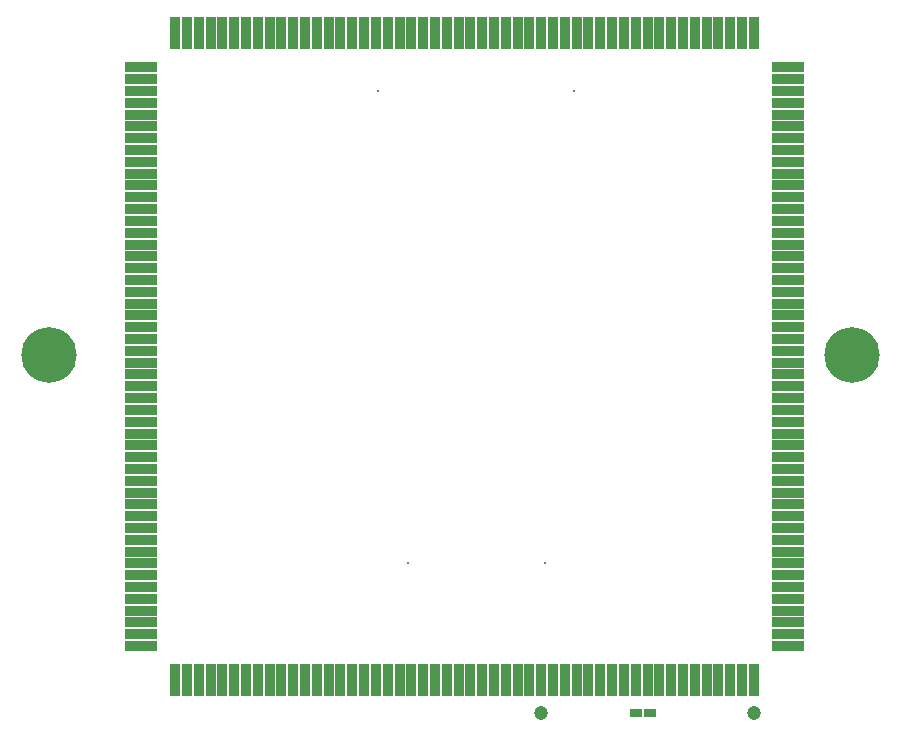
<source format=gbr>
G04 Layer_Color=8388736*
%FSLAX45Y45*%
%MOMM*%
%TF.FileFunction,Soldermask,Top*%
%TF.Part,Single*%
G01*
G75*
%TA.AperFunction,SMDPad,CuDef*%
%ADD40R,2.70320X0.90320*%
%ADD41R,0.90320X2.70320*%
%ADD42R,1.00320X0.80320*%
%ADD43C,1.20320*%
%TA.AperFunction,ComponentPad*%
%ADD44C,0.20320*%
%TA.AperFunction,ViaPad*%
%ADD45C,4.70320*%
D40*
X-2259300Y-700100D02*
D03*
Y-600100D02*
D03*
Y-500100D02*
D03*
X-2259300Y-400100D02*
D03*
Y-300100D02*
D03*
X-2259300Y-200100D02*
D03*
Y-100100D02*
D03*
Y-100D02*
D03*
Y99900D02*
D03*
Y199900D02*
D03*
X-2259300Y299900D02*
D03*
X-2259300Y399900D02*
D03*
Y499900D02*
D03*
X-2259300Y599900D02*
D03*
Y699900D02*
D03*
X-2259300Y799900D02*
D03*
Y899900D02*
D03*
X-2259300Y999900D02*
D03*
X-2259300Y1099900D02*
D03*
Y1199900D02*
D03*
Y1299900D02*
D03*
Y1399900D02*
D03*
Y1499900D02*
D03*
X-2259300Y1599900D02*
D03*
Y1699900D02*
D03*
X-2259300Y1799900D02*
D03*
Y1899900D02*
D03*
X-2259300Y1999900D02*
D03*
X-2259300Y2099900D02*
D03*
Y2199900D02*
D03*
Y2299900D02*
D03*
Y2399900D02*
D03*
Y2499900D02*
D03*
Y2599901D02*
D03*
X-2259300Y2699900D02*
D03*
X-2259300Y2799900D02*
D03*
Y2899900D02*
D03*
Y2999900D02*
D03*
Y3099900D02*
D03*
Y3199900D02*
D03*
Y3299900D02*
D03*
X-2259300Y3399900D02*
D03*
X-2259300Y3499900D02*
D03*
Y3599900D02*
D03*
Y3699900D02*
D03*
Y3799900D02*
D03*
Y3899900D02*
D03*
Y3999900D02*
D03*
X-2259300Y4099900D02*
D03*
X3220700Y4199900D02*
D03*
Y4099900D02*
D03*
Y3999900D02*
D03*
Y3899900D02*
D03*
Y3799900D02*
D03*
X3220700Y3699900D02*
D03*
Y3599900D02*
D03*
X3220700Y3499900D02*
D03*
Y3399900D02*
D03*
X3220700Y3299900D02*
D03*
X3220700Y3199900D02*
D03*
Y3099900D02*
D03*
Y2999900D02*
D03*
Y2899900D02*
D03*
Y2799900D02*
D03*
Y2699900D02*
D03*
X3220700Y2599900D02*
D03*
X3220700Y2499900D02*
D03*
Y2399900D02*
D03*
Y2299900D02*
D03*
X3220700Y2199900D02*
D03*
X3220700Y2099900D02*
D03*
Y1999900D02*
D03*
Y1899900D02*
D03*
Y1799900D02*
D03*
Y1699900D02*
D03*
Y1599900D02*
D03*
Y1499900D02*
D03*
Y1399900D02*
D03*
Y1299900D02*
D03*
X3220700Y1199900D02*
D03*
X3220700Y1099900D02*
D03*
Y999900D02*
D03*
X3220700Y899900D02*
D03*
X3220700Y799900D02*
D03*
Y699900D02*
D03*
Y599900D02*
D03*
Y499900D02*
D03*
Y399900D02*
D03*
Y299900D02*
D03*
X3220700Y199900D02*
D03*
X3220700Y99900D02*
D03*
Y-100D02*
D03*
Y-100100D02*
D03*
X3220700Y-200100D02*
D03*
X3220700Y-300100D02*
D03*
Y-400100D02*
D03*
Y-500100D02*
D03*
Y-600100D02*
D03*
Y-700100D02*
D03*
X-2259300Y4199900D02*
D03*
D41*
X2930700Y4489900D02*
D03*
X-1969300Y-990100D02*
D03*
X-1869300Y-990100D02*
D03*
X-1769300D02*
D03*
X-1669300D02*
D03*
X-1569300Y-990100D02*
D03*
X-1469300Y-990100D02*
D03*
X-1369300D02*
D03*
X-1269300D02*
D03*
X-1169300D02*
D03*
X-1069300D02*
D03*
X-969300Y-990100D02*
D03*
X-869300D02*
D03*
X-769300Y-990100D02*
D03*
X-669300D02*
D03*
X-569300Y-990100D02*
D03*
X-469300Y-990100D02*
D03*
X-369300D02*
D03*
X-269300Y-990100D02*
D03*
X-169300Y-990100D02*
D03*
X-69300D02*
D03*
X30700D02*
D03*
X130700Y-990100D02*
D03*
X230700Y-990100D02*
D03*
X330700D02*
D03*
X430700Y-990100D02*
D03*
X530700Y-990100D02*
D03*
X630700D02*
D03*
X730700D02*
D03*
X830700Y-990100D02*
D03*
X930700Y-990100D02*
D03*
X1030700D02*
D03*
X1130700D02*
D03*
X1230700D02*
D03*
X1330700D02*
D03*
X1430700Y-990100D02*
D03*
X1530700Y-990100D02*
D03*
X1630700D02*
D03*
X1730700D02*
D03*
X1830700Y-990100D02*
D03*
X1930700Y-990100D02*
D03*
X2030700D02*
D03*
X2130700D02*
D03*
X2230700D02*
D03*
X2330700D02*
D03*
X2430700D02*
D03*
X2530700D02*
D03*
X2630700D02*
D03*
X2730700Y-990100D02*
D03*
X2830700D02*
D03*
X2930700D02*
D03*
X2830700Y4489900D02*
D03*
X2730700D02*
D03*
X2630700Y4489900D02*
D03*
X2530700Y4489900D02*
D03*
X2430700D02*
D03*
X2330700Y4489900D02*
D03*
X2230700Y4489900D02*
D03*
X2130700D02*
D03*
X2030700D02*
D03*
X1930700D02*
D03*
X1830700D02*
D03*
X1730700D02*
D03*
X1630700D02*
D03*
X1530700D02*
D03*
X1430700D02*
D03*
X1330700D02*
D03*
X1230700D02*
D03*
X1130700D02*
D03*
X1030700D02*
D03*
X930700Y4489900D02*
D03*
X830701Y4489900D02*
D03*
X730700D02*
D03*
X630700D02*
D03*
X530700D02*
D03*
X430700D02*
D03*
X330700D02*
D03*
X230700Y4489900D02*
D03*
X130700Y4489900D02*
D03*
X30700D02*
D03*
X-69300Y4489900D02*
D03*
X-169300D02*
D03*
X-269300Y4489900D02*
D03*
X-369300D02*
D03*
X-469300D02*
D03*
X-569300D02*
D03*
X-669300D02*
D03*
X-769300D02*
D03*
X-869300D02*
D03*
X-969300D02*
D03*
X-1069300D02*
D03*
X-1169300Y4489900D02*
D03*
X-1269300Y4489900D02*
D03*
X-1369300D02*
D03*
X-1469300D02*
D03*
X-1569300D02*
D03*
X-1669300D02*
D03*
X-1769300D02*
D03*
X-1869300D02*
D03*
X-1969300D02*
D03*
D42*
X2049300Y-1269100D02*
D03*
X1929300Y-1269100D02*
D03*
D43*
X2930700Y-1269100D02*
D03*
X1130700D02*
D03*
D44*
X1409950Y4000000D02*
D03*
X-250050D02*
D03*
X0Y0D02*
D03*
X1160000D02*
D03*
D45*
X3760000Y1765000D02*
D03*
X-3035000D02*
D03*
%TF.MD5,43124F6B8258E16489149F9194143490*%
M02*

</source>
